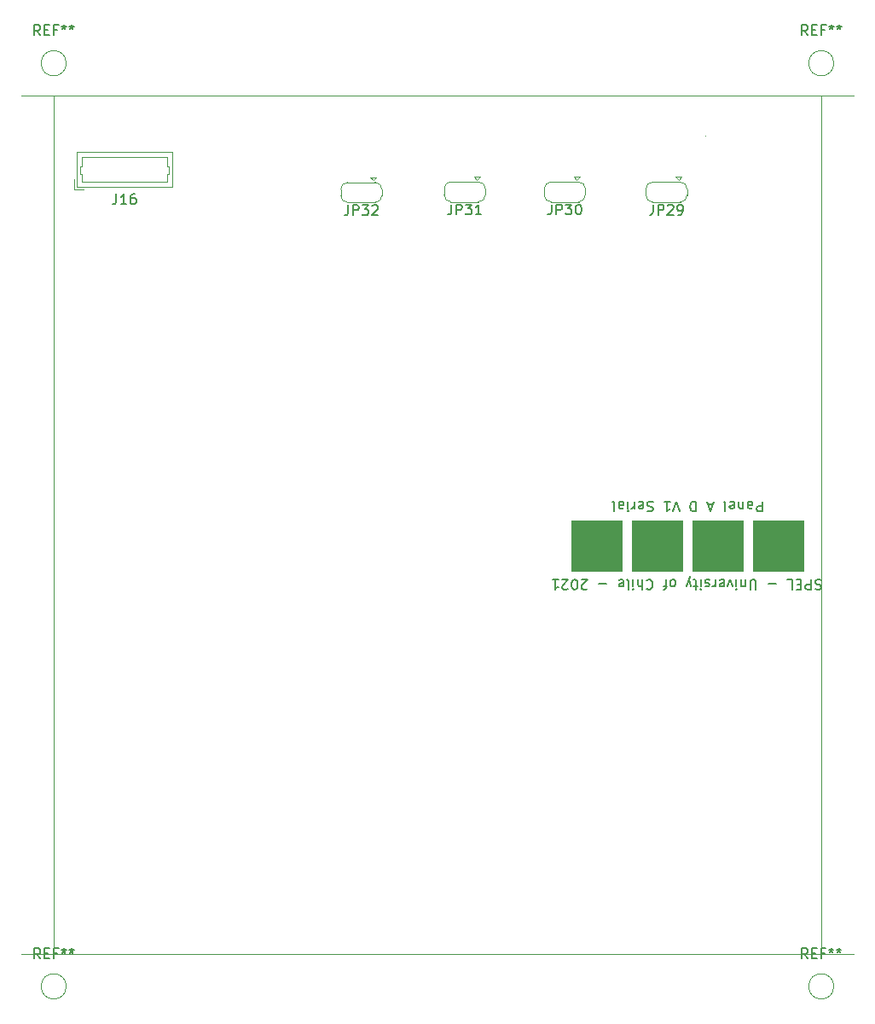
<source format=gbr>
G04 #@! TF.GenerationSoftware,KiCad,Pcbnew,(5.1.2)-2*
G04 #@! TF.CreationDate,2021-09-09T11:32:28-03:00*
G04 #@! TF.ProjectId,MAG_Plus,4d41475f-506c-4757-932e-6b696361645f,rev?*
G04 #@! TF.SameCoordinates,Original*
G04 #@! TF.FileFunction,Legend,Top*
G04 #@! TF.FilePolarity,Positive*
%FSLAX46Y46*%
G04 Gerber Fmt 4.6, Leading zero omitted, Abs format (unit mm)*
G04 Created by KiCad (PCBNEW (5.1.2)-2) date 2021-09-09 11:32:28*
%MOMM*%
%LPD*%
G04 APERTURE LIST*
%ADD10C,0.100000*%
%ADD11C,0.150000*%
%ADD12C,0.120000*%
G04 APERTURE END LIST*
D10*
G36*
X107610000Y-194540000D02*
G01*
X102610000Y-194540000D01*
X102610000Y-189540000D01*
X107610000Y-189540000D01*
X107610000Y-194540000D01*
G37*
X107610000Y-194540000D02*
X102610000Y-194540000D01*
X102610000Y-189540000D01*
X107610000Y-189540000D01*
X107610000Y-194540000D01*
G36*
X101610000Y-194540000D02*
G01*
X96610000Y-194540000D01*
X96610000Y-189540000D01*
X101610000Y-189540000D01*
X101610000Y-194540000D01*
G37*
X101610000Y-194540000D02*
X96610000Y-194540000D01*
X96610000Y-189540000D01*
X101610000Y-189540000D01*
X101610000Y-194540000D01*
G36*
X113610000Y-194540000D02*
G01*
X108610000Y-194540000D01*
X108610000Y-189540000D01*
X113610000Y-189540000D01*
X113610000Y-194540000D01*
G37*
X113610000Y-194540000D02*
X108610000Y-194540000D01*
X108610000Y-189540000D01*
X113610000Y-189540000D01*
X113610000Y-194540000D01*
G36*
X95610000Y-194540000D02*
G01*
X90610000Y-194540000D01*
X90610000Y-189540000D01*
X95610000Y-189540000D01*
X95610000Y-194540000D01*
G37*
X95610000Y-194540000D02*
X90610000Y-194540000D01*
X90610000Y-189540000D01*
X95610000Y-189540000D01*
X95610000Y-194540000D01*
D11*
X115393333Y-195485238D02*
X115250476Y-195437619D01*
X115012380Y-195437619D01*
X114917142Y-195485238D01*
X114869523Y-195532857D01*
X114821904Y-195628095D01*
X114821904Y-195723333D01*
X114869523Y-195818571D01*
X114917142Y-195866190D01*
X115012380Y-195913809D01*
X115202857Y-195961428D01*
X115298095Y-196009047D01*
X115345714Y-196056666D01*
X115393333Y-196151904D01*
X115393333Y-196247142D01*
X115345714Y-196342380D01*
X115298095Y-196390000D01*
X115202857Y-196437619D01*
X114964761Y-196437619D01*
X114821904Y-196390000D01*
X114393333Y-195437619D02*
X114393333Y-196437619D01*
X114012380Y-196437619D01*
X113917142Y-196390000D01*
X113869523Y-196342380D01*
X113821904Y-196247142D01*
X113821904Y-196104285D01*
X113869523Y-196009047D01*
X113917142Y-195961428D01*
X114012380Y-195913809D01*
X114393333Y-195913809D01*
X113393333Y-195961428D02*
X113060000Y-195961428D01*
X112917142Y-195437619D02*
X113393333Y-195437619D01*
X113393333Y-196437619D01*
X112917142Y-196437619D01*
X112012380Y-195437619D02*
X112488571Y-195437619D01*
X112488571Y-196437619D01*
X110917142Y-195818571D02*
X110155238Y-195818571D01*
X108917142Y-196437619D02*
X108917142Y-195628095D01*
X108869523Y-195532857D01*
X108821904Y-195485238D01*
X108726666Y-195437619D01*
X108536190Y-195437619D01*
X108440952Y-195485238D01*
X108393333Y-195532857D01*
X108345714Y-195628095D01*
X108345714Y-196437619D01*
X107869523Y-196104285D02*
X107869523Y-195437619D01*
X107869523Y-196009047D02*
X107821904Y-196056666D01*
X107726666Y-196104285D01*
X107583809Y-196104285D01*
X107488571Y-196056666D01*
X107440952Y-195961428D01*
X107440952Y-195437619D01*
X106964761Y-195437619D02*
X106964761Y-196104285D01*
X106964761Y-196437619D02*
X107012380Y-196390000D01*
X106964761Y-196342380D01*
X106917142Y-196390000D01*
X106964761Y-196437619D01*
X106964761Y-196342380D01*
X106583809Y-196104285D02*
X106345714Y-195437619D01*
X106107619Y-196104285D01*
X105345714Y-195485238D02*
X105440952Y-195437619D01*
X105631428Y-195437619D01*
X105726666Y-195485238D01*
X105774285Y-195580476D01*
X105774285Y-195961428D01*
X105726666Y-196056666D01*
X105631428Y-196104285D01*
X105440952Y-196104285D01*
X105345714Y-196056666D01*
X105298095Y-195961428D01*
X105298095Y-195866190D01*
X105774285Y-195770952D01*
X104869523Y-195437619D02*
X104869523Y-196104285D01*
X104869523Y-195913809D02*
X104821904Y-196009047D01*
X104774285Y-196056666D01*
X104679047Y-196104285D01*
X104583809Y-196104285D01*
X104298095Y-195485238D02*
X104202857Y-195437619D01*
X104012380Y-195437619D01*
X103917142Y-195485238D01*
X103869523Y-195580476D01*
X103869523Y-195628095D01*
X103917142Y-195723333D01*
X104012380Y-195770952D01*
X104155238Y-195770952D01*
X104250476Y-195818571D01*
X104298095Y-195913809D01*
X104298095Y-195961428D01*
X104250476Y-196056666D01*
X104155238Y-196104285D01*
X104012380Y-196104285D01*
X103917142Y-196056666D01*
X103440952Y-195437619D02*
X103440952Y-196104285D01*
X103440952Y-196437619D02*
X103488571Y-196390000D01*
X103440952Y-196342380D01*
X103393333Y-196390000D01*
X103440952Y-196437619D01*
X103440952Y-196342380D01*
X103107619Y-196104285D02*
X102726666Y-196104285D01*
X102964761Y-196437619D02*
X102964761Y-195580476D01*
X102917142Y-195485238D01*
X102821904Y-195437619D01*
X102726666Y-195437619D01*
X102488571Y-196104285D02*
X102250476Y-195437619D01*
X102012380Y-196104285D02*
X102250476Y-195437619D01*
X102345714Y-195199523D01*
X102393333Y-195151904D01*
X102488571Y-195104285D01*
X100726666Y-195437619D02*
X100821904Y-195485238D01*
X100869523Y-195532857D01*
X100917142Y-195628095D01*
X100917142Y-195913809D01*
X100869523Y-196009047D01*
X100821904Y-196056666D01*
X100726666Y-196104285D01*
X100583809Y-196104285D01*
X100488571Y-196056666D01*
X100440952Y-196009047D01*
X100393333Y-195913809D01*
X100393333Y-195628095D01*
X100440952Y-195532857D01*
X100488571Y-195485238D01*
X100583809Y-195437619D01*
X100726666Y-195437619D01*
X100107619Y-196104285D02*
X99726666Y-196104285D01*
X99964761Y-195437619D02*
X99964761Y-196294761D01*
X99917142Y-196390000D01*
X99821904Y-196437619D01*
X99726666Y-196437619D01*
X98060000Y-195532857D02*
X98107619Y-195485238D01*
X98250476Y-195437619D01*
X98345714Y-195437619D01*
X98488571Y-195485238D01*
X98583809Y-195580476D01*
X98631428Y-195675714D01*
X98679047Y-195866190D01*
X98679047Y-196009047D01*
X98631428Y-196199523D01*
X98583809Y-196294761D01*
X98488571Y-196390000D01*
X98345714Y-196437619D01*
X98250476Y-196437619D01*
X98107619Y-196390000D01*
X98060000Y-196342380D01*
X97631428Y-195437619D02*
X97631428Y-196437619D01*
X97202857Y-195437619D02*
X97202857Y-195961428D01*
X97250476Y-196056666D01*
X97345714Y-196104285D01*
X97488571Y-196104285D01*
X97583809Y-196056666D01*
X97631428Y-196009047D01*
X96726666Y-195437619D02*
X96726666Y-196104285D01*
X96726666Y-196437619D02*
X96774285Y-196390000D01*
X96726666Y-196342380D01*
X96679047Y-196390000D01*
X96726666Y-196437619D01*
X96726666Y-196342380D01*
X96107619Y-195437619D02*
X96202857Y-195485238D01*
X96250476Y-195580476D01*
X96250476Y-196437619D01*
X95345714Y-195485238D02*
X95440952Y-195437619D01*
X95631428Y-195437619D01*
X95726666Y-195485238D01*
X95774285Y-195580476D01*
X95774285Y-195961428D01*
X95726666Y-196056666D01*
X95631428Y-196104285D01*
X95440952Y-196104285D01*
X95345714Y-196056666D01*
X95298095Y-195961428D01*
X95298095Y-195866190D01*
X95774285Y-195770952D01*
X94107619Y-195818571D02*
X93345714Y-195818571D01*
X92155238Y-196342380D02*
X92107619Y-196390000D01*
X92012380Y-196437619D01*
X91774285Y-196437619D01*
X91679047Y-196390000D01*
X91631428Y-196342380D01*
X91583809Y-196247142D01*
X91583809Y-196151904D01*
X91631428Y-196009047D01*
X92202857Y-195437619D01*
X91583809Y-195437619D01*
X90964761Y-196437619D02*
X90869523Y-196437619D01*
X90774285Y-196390000D01*
X90726666Y-196342380D01*
X90679047Y-196247142D01*
X90631428Y-196056666D01*
X90631428Y-195818571D01*
X90679047Y-195628095D01*
X90726666Y-195532857D01*
X90774285Y-195485238D01*
X90869523Y-195437619D01*
X90964761Y-195437619D01*
X91060000Y-195485238D01*
X91107619Y-195532857D01*
X91155238Y-195628095D01*
X91202857Y-195818571D01*
X91202857Y-196056666D01*
X91155238Y-196247142D01*
X91107619Y-196342380D01*
X91060000Y-196390000D01*
X90964761Y-196437619D01*
X90250476Y-196342380D02*
X90202857Y-196390000D01*
X90107619Y-196437619D01*
X89869523Y-196437619D01*
X89774285Y-196390000D01*
X89726666Y-196342380D01*
X89679047Y-196247142D01*
X89679047Y-196151904D01*
X89726666Y-196009047D01*
X90298095Y-195437619D01*
X89679047Y-195437619D01*
X88726666Y-195437619D02*
X89298095Y-195437619D01*
X89012380Y-195437619D02*
X89012380Y-196437619D01*
X89107619Y-196294761D01*
X89202857Y-196199523D01*
X89298095Y-196151904D01*
X109540952Y-187687619D02*
X109540952Y-188687619D01*
X109160000Y-188687619D01*
X109064761Y-188640000D01*
X109017142Y-188592380D01*
X108969523Y-188497142D01*
X108969523Y-188354285D01*
X109017142Y-188259047D01*
X109064761Y-188211428D01*
X109160000Y-188163809D01*
X109540952Y-188163809D01*
X108112380Y-187687619D02*
X108112380Y-188211428D01*
X108160000Y-188306666D01*
X108255238Y-188354285D01*
X108445714Y-188354285D01*
X108540952Y-188306666D01*
X108112380Y-187735238D02*
X108207619Y-187687619D01*
X108445714Y-187687619D01*
X108540952Y-187735238D01*
X108588571Y-187830476D01*
X108588571Y-187925714D01*
X108540952Y-188020952D01*
X108445714Y-188068571D01*
X108207619Y-188068571D01*
X108112380Y-188116190D01*
X107636190Y-188354285D02*
X107636190Y-187687619D01*
X107636190Y-188259047D02*
X107588571Y-188306666D01*
X107493333Y-188354285D01*
X107350476Y-188354285D01*
X107255238Y-188306666D01*
X107207619Y-188211428D01*
X107207619Y-187687619D01*
X106350476Y-187735238D02*
X106445714Y-187687619D01*
X106636190Y-187687619D01*
X106731428Y-187735238D01*
X106779047Y-187830476D01*
X106779047Y-188211428D01*
X106731428Y-188306666D01*
X106636190Y-188354285D01*
X106445714Y-188354285D01*
X106350476Y-188306666D01*
X106302857Y-188211428D01*
X106302857Y-188116190D01*
X106779047Y-188020952D01*
X105731428Y-187687619D02*
X105826666Y-187735238D01*
X105874285Y-187830476D01*
X105874285Y-188687619D01*
X104636190Y-187973333D02*
X104160000Y-187973333D01*
X104731428Y-187687619D02*
X104398095Y-188687619D01*
X104064761Y-187687619D01*
X102969523Y-187687619D02*
X102969523Y-188687619D01*
X102731428Y-188687619D01*
X102588571Y-188640000D01*
X102493333Y-188544761D01*
X102445714Y-188449523D01*
X102398095Y-188259047D01*
X102398095Y-188116190D01*
X102445714Y-187925714D01*
X102493333Y-187830476D01*
X102588571Y-187735238D01*
X102731428Y-187687619D01*
X102969523Y-187687619D01*
X101350476Y-188687619D02*
X101017142Y-187687619D01*
X100683809Y-188687619D01*
X99826666Y-187687619D02*
X100398095Y-187687619D01*
X100112380Y-187687619D02*
X100112380Y-188687619D01*
X100207619Y-188544761D01*
X100302857Y-188449523D01*
X100398095Y-188401904D01*
X98683809Y-187735238D02*
X98540952Y-187687619D01*
X98302857Y-187687619D01*
X98207619Y-187735238D01*
X98160000Y-187782857D01*
X98112380Y-187878095D01*
X98112380Y-187973333D01*
X98160000Y-188068571D01*
X98207619Y-188116190D01*
X98302857Y-188163809D01*
X98493333Y-188211428D01*
X98588571Y-188259047D01*
X98636190Y-188306666D01*
X98683809Y-188401904D01*
X98683809Y-188497142D01*
X98636190Y-188592380D01*
X98588571Y-188640000D01*
X98493333Y-188687619D01*
X98255238Y-188687619D01*
X98112380Y-188640000D01*
X97302857Y-187735238D02*
X97398095Y-187687619D01*
X97588571Y-187687619D01*
X97683809Y-187735238D01*
X97731428Y-187830476D01*
X97731428Y-188211428D01*
X97683809Y-188306666D01*
X97588571Y-188354285D01*
X97398095Y-188354285D01*
X97302857Y-188306666D01*
X97255238Y-188211428D01*
X97255238Y-188116190D01*
X97731428Y-188020952D01*
X96826666Y-187687619D02*
X96826666Y-188354285D01*
X96826666Y-188163809D02*
X96779047Y-188259047D01*
X96731428Y-188306666D01*
X96636190Y-188354285D01*
X96540952Y-188354285D01*
X96207619Y-187687619D02*
X96207619Y-188354285D01*
X96207619Y-188687619D02*
X96255238Y-188640000D01*
X96207619Y-188592380D01*
X96160000Y-188640000D01*
X96207619Y-188687619D01*
X96207619Y-188592380D01*
X95302857Y-187687619D02*
X95302857Y-188211428D01*
X95350476Y-188306666D01*
X95445714Y-188354285D01*
X95636190Y-188354285D01*
X95731428Y-188306666D01*
X95302857Y-187735238D02*
X95398095Y-187687619D01*
X95636190Y-187687619D01*
X95731428Y-187735238D01*
X95779047Y-187830476D01*
X95779047Y-187925714D01*
X95731428Y-188020952D01*
X95636190Y-188068571D01*
X95398095Y-188068571D01*
X95302857Y-188116190D01*
X94683809Y-187687619D02*
X94779047Y-187735238D01*
X94826666Y-187830476D01*
X94826666Y-188687619D01*
D12*
X103900000Y-151390000D02*
X103900000Y-151400000D01*
X115400000Y-147400000D02*
X115400000Y-232600000D01*
X39200000Y-232600000D02*
X39200000Y-147400000D01*
X118600000Y-147400000D02*
X36000000Y-147400000D01*
X36000000Y-232600000D02*
X118600000Y-232600000D01*
X116650000Y-235800000D02*
G75*
G03X116650000Y-235800000I-1250000J0D01*
G01*
X40450000Y-235800000D02*
G75*
G03X40450000Y-235800000I-1250000J0D01*
G01*
X116650000Y-144200000D02*
G75*
G03X116650000Y-144200000I-1250000J0D01*
G01*
X40450000Y-144200000D02*
G75*
G03X40450000Y-144200000I-1250000J0D01*
G01*
X41210000Y-156745000D02*
X42210000Y-156745000D01*
X41210000Y-156745000D02*
X41210000Y-155745000D01*
X50460000Y-153545000D02*
X46235000Y-153545000D01*
X50460000Y-154420000D02*
X50460000Y-153545000D01*
X50660000Y-154420000D02*
X50460000Y-154420000D01*
X50660000Y-155220000D02*
X50660000Y-154420000D01*
X50460000Y-155220000D02*
X50660000Y-155220000D01*
X50460000Y-155945000D02*
X50460000Y-155220000D01*
X46235000Y-155945000D02*
X50460000Y-155945000D01*
X42010000Y-153545000D02*
X46235000Y-153545000D01*
X42010000Y-154420000D02*
X42010000Y-153545000D01*
X41810000Y-154420000D02*
X42010000Y-154420000D01*
X41810000Y-155220000D02*
X41810000Y-154420000D01*
X42010000Y-155220000D02*
X41810000Y-155220000D01*
X42010000Y-155945000D02*
X42010000Y-155220000D01*
X46235000Y-155945000D02*
X42010000Y-155945000D01*
X51010000Y-152995000D02*
X41460000Y-152995000D01*
X51010000Y-156495000D02*
X51010000Y-152995000D01*
X41460000Y-156495000D02*
X51010000Y-156495000D01*
X41460000Y-152995000D02*
X41460000Y-156495000D01*
X102090000Y-157290000D02*
G75*
G02X101390000Y-157990000I-700000J0D01*
G01*
X101390000Y-155990000D02*
G75*
G02X102090000Y-156690000I0J-700000D01*
G01*
X97990000Y-156690000D02*
G75*
G02X98690000Y-155990000I700000J0D01*
G01*
X98690000Y-157990000D02*
G75*
G02X97990000Y-157290000I0J700000D01*
G01*
X101440000Y-157990000D02*
X98640000Y-157990000D01*
X97990000Y-157290000D02*
X97990000Y-156690000D01*
X98640000Y-155990000D02*
X101440000Y-155990000D01*
X102090000Y-156690000D02*
X102090000Y-157290000D01*
X101240000Y-155790000D02*
X101540000Y-155490000D01*
X101540000Y-155490000D02*
X100940000Y-155490000D01*
X101240000Y-155790000D02*
X100940000Y-155490000D01*
X91140000Y-155770000D02*
X90840000Y-155470000D01*
X91440000Y-155470000D02*
X90840000Y-155470000D01*
X91140000Y-155770000D02*
X91440000Y-155470000D01*
X91990000Y-156670000D02*
X91990000Y-157270000D01*
X88540000Y-155970000D02*
X91340000Y-155970000D01*
X87890000Y-157270000D02*
X87890000Y-156670000D01*
X91340000Y-157970000D02*
X88540000Y-157970000D01*
X88590000Y-157970000D02*
G75*
G02X87890000Y-157270000I0J700000D01*
G01*
X87890000Y-156670000D02*
G75*
G02X88590000Y-155970000I700000J0D01*
G01*
X91290000Y-155970000D02*
G75*
G02X91990000Y-156670000I0J-700000D01*
G01*
X91990000Y-157270000D02*
G75*
G02X91290000Y-157970000I-700000J0D01*
G01*
X82060000Y-157260000D02*
G75*
G02X81360000Y-157960000I-700000J0D01*
G01*
X81360000Y-155960000D02*
G75*
G02X82060000Y-156660000I0J-700000D01*
G01*
X77960000Y-156660000D02*
G75*
G02X78660000Y-155960000I700000J0D01*
G01*
X78660000Y-157960000D02*
G75*
G02X77960000Y-157260000I0J700000D01*
G01*
X81410000Y-157960000D02*
X78610000Y-157960000D01*
X77960000Y-157260000D02*
X77960000Y-156660000D01*
X78610000Y-155960000D02*
X81410000Y-155960000D01*
X82060000Y-156660000D02*
X82060000Y-157260000D01*
X81210000Y-155760000D02*
X81510000Y-155460000D01*
X81510000Y-155460000D02*
X80910000Y-155460000D01*
X81210000Y-155760000D02*
X80910000Y-155460000D01*
X70950000Y-155820000D02*
X70650000Y-155520000D01*
X71250000Y-155520000D02*
X70650000Y-155520000D01*
X70950000Y-155820000D02*
X71250000Y-155520000D01*
X71800000Y-156720000D02*
X71800000Y-157320000D01*
X68350000Y-156020000D02*
X71150000Y-156020000D01*
X67700000Y-157320000D02*
X67700000Y-156720000D01*
X71150000Y-158020000D02*
X68350000Y-158020000D01*
X68400000Y-158020000D02*
G75*
G02X67700000Y-157320000I0J700000D01*
G01*
X67700000Y-156720000D02*
G75*
G02X68400000Y-156020000I700000J0D01*
G01*
X71100000Y-156020000D02*
G75*
G02X71800000Y-156720000I0J-700000D01*
G01*
X71800000Y-157320000D02*
G75*
G02X71100000Y-158020000I-700000J0D01*
G01*
D11*
X114066666Y-141422380D02*
X113733333Y-140946190D01*
X113495238Y-141422380D02*
X113495238Y-140422380D01*
X113876190Y-140422380D01*
X113971428Y-140470000D01*
X114019047Y-140517619D01*
X114066666Y-140612857D01*
X114066666Y-140755714D01*
X114019047Y-140850952D01*
X113971428Y-140898571D01*
X113876190Y-140946190D01*
X113495238Y-140946190D01*
X114495238Y-140898571D02*
X114828571Y-140898571D01*
X114971428Y-141422380D02*
X114495238Y-141422380D01*
X114495238Y-140422380D01*
X114971428Y-140422380D01*
X115733333Y-140898571D02*
X115400000Y-140898571D01*
X115400000Y-141422380D02*
X115400000Y-140422380D01*
X115876190Y-140422380D01*
X116400000Y-140422380D02*
X116400000Y-140660476D01*
X116161904Y-140565238D02*
X116400000Y-140660476D01*
X116638095Y-140565238D01*
X116257142Y-140850952D02*
X116400000Y-140660476D01*
X116542857Y-140850952D01*
X117161904Y-140422380D02*
X117161904Y-140660476D01*
X116923809Y-140565238D02*
X117161904Y-140660476D01*
X117400000Y-140565238D01*
X117019047Y-140850952D02*
X117161904Y-140660476D01*
X117304761Y-140850952D01*
X114056666Y-233022380D02*
X113723333Y-232546190D01*
X113485238Y-233022380D02*
X113485238Y-232022380D01*
X113866190Y-232022380D01*
X113961428Y-232070000D01*
X114009047Y-232117619D01*
X114056666Y-232212857D01*
X114056666Y-232355714D01*
X114009047Y-232450952D01*
X113961428Y-232498571D01*
X113866190Y-232546190D01*
X113485238Y-232546190D01*
X114485238Y-232498571D02*
X114818571Y-232498571D01*
X114961428Y-233022380D02*
X114485238Y-233022380D01*
X114485238Y-232022380D01*
X114961428Y-232022380D01*
X115723333Y-232498571D02*
X115390000Y-232498571D01*
X115390000Y-233022380D02*
X115390000Y-232022380D01*
X115866190Y-232022380D01*
X116390000Y-232022380D02*
X116390000Y-232260476D01*
X116151904Y-232165238D02*
X116390000Y-232260476D01*
X116628095Y-232165238D01*
X116247142Y-232450952D02*
X116390000Y-232260476D01*
X116532857Y-232450952D01*
X117151904Y-232022380D02*
X117151904Y-232260476D01*
X116913809Y-232165238D02*
X117151904Y-232260476D01*
X117390000Y-232165238D01*
X117009047Y-232450952D02*
X117151904Y-232260476D01*
X117294761Y-232450952D01*
X37866666Y-141412380D02*
X37533333Y-140936190D01*
X37295238Y-141412380D02*
X37295238Y-140412380D01*
X37676190Y-140412380D01*
X37771428Y-140460000D01*
X37819047Y-140507619D01*
X37866666Y-140602857D01*
X37866666Y-140745714D01*
X37819047Y-140840952D01*
X37771428Y-140888571D01*
X37676190Y-140936190D01*
X37295238Y-140936190D01*
X38295238Y-140888571D02*
X38628571Y-140888571D01*
X38771428Y-141412380D02*
X38295238Y-141412380D01*
X38295238Y-140412380D01*
X38771428Y-140412380D01*
X39533333Y-140888571D02*
X39200000Y-140888571D01*
X39200000Y-141412380D02*
X39200000Y-140412380D01*
X39676190Y-140412380D01*
X40200000Y-140412380D02*
X40200000Y-140650476D01*
X39961904Y-140555238D02*
X40200000Y-140650476D01*
X40438095Y-140555238D01*
X40057142Y-140840952D02*
X40200000Y-140650476D01*
X40342857Y-140840952D01*
X40961904Y-140412380D02*
X40961904Y-140650476D01*
X40723809Y-140555238D02*
X40961904Y-140650476D01*
X41200000Y-140555238D01*
X40819047Y-140840952D02*
X40961904Y-140650476D01*
X41104761Y-140840952D01*
X37866666Y-233032380D02*
X37533333Y-232556190D01*
X37295238Y-233032380D02*
X37295238Y-232032380D01*
X37676190Y-232032380D01*
X37771428Y-232080000D01*
X37819047Y-232127619D01*
X37866666Y-232222857D01*
X37866666Y-232365714D01*
X37819047Y-232460952D01*
X37771428Y-232508571D01*
X37676190Y-232556190D01*
X37295238Y-232556190D01*
X38295238Y-232508571D02*
X38628571Y-232508571D01*
X38771428Y-233032380D02*
X38295238Y-233032380D01*
X38295238Y-232032380D01*
X38771428Y-232032380D01*
X39533333Y-232508571D02*
X39200000Y-232508571D01*
X39200000Y-233032380D02*
X39200000Y-232032380D01*
X39676190Y-232032380D01*
X40200000Y-232032380D02*
X40200000Y-232270476D01*
X39961904Y-232175238D02*
X40200000Y-232270476D01*
X40438095Y-232175238D01*
X40057142Y-232460952D02*
X40200000Y-232270476D01*
X40342857Y-232460952D01*
X40961904Y-232032380D02*
X40961904Y-232270476D01*
X40723809Y-232175238D02*
X40961904Y-232270476D01*
X41200000Y-232175238D01*
X40819047Y-232460952D02*
X40961904Y-232270476D01*
X41104761Y-232460952D01*
X45425476Y-157172380D02*
X45425476Y-157886666D01*
X45377857Y-158029523D01*
X45282619Y-158124761D01*
X45139761Y-158172380D01*
X45044523Y-158172380D01*
X46425476Y-158172380D02*
X45854047Y-158172380D01*
X46139761Y-158172380D02*
X46139761Y-157172380D01*
X46044523Y-157315238D01*
X45949285Y-157410476D01*
X45854047Y-157458095D01*
X47282619Y-157172380D02*
X47092142Y-157172380D01*
X46996904Y-157220000D01*
X46949285Y-157267619D01*
X46854047Y-157410476D01*
X46806428Y-157600952D01*
X46806428Y-157981904D01*
X46854047Y-158077142D01*
X46901666Y-158124761D01*
X46996904Y-158172380D01*
X47187380Y-158172380D01*
X47282619Y-158124761D01*
X47330238Y-158077142D01*
X47377857Y-157981904D01*
X47377857Y-157743809D01*
X47330238Y-157648571D01*
X47282619Y-157600952D01*
X47187380Y-157553333D01*
X46996904Y-157553333D01*
X46901666Y-157600952D01*
X46854047Y-157648571D01*
X46806428Y-157743809D01*
X98730476Y-158242380D02*
X98730476Y-158956666D01*
X98682857Y-159099523D01*
X98587619Y-159194761D01*
X98444761Y-159242380D01*
X98349523Y-159242380D01*
X99206666Y-159242380D02*
X99206666Y-158242380D01*
X99587619Y-158242380D01*
X99682857Y-158290000D01*
X99730476Y-158337619D01*
X99778095Y-158432857D01*
X99778095Y-158575714D01*
X99730476Y-158670952D01*
X99682857Y-158718571D01*
X99587619Y-158766190D01*
X99206666Y-158766190D01*
X100159047Y-158337619D02*
X100206666Y-158290000D01*
X100301904Y-158242380D01*
X100540000Y-158242380D01*
X100635238Y-158290000D01*
X100682857Y-158337619D01*
X100730476Y-158432857D01*
X100730476Y-158528095D01*
X100682857Y-158670952D01*
X100111428Y-159242380D01*
X100730476Y-159242380D01*
X101206666Y-159242380D02*
X101397142Y-159242380D01*
X101492380Y-159194761D01*
X101540000Y-159147142D01*
X101635238Y-159004285D01*
X101682857Y-158813809D01*
X101682857Y-158432857D01*
X101635238Y-158337619D01*
X101587619Y-158290000D01*
X101492380Y-158242380D01*
X101301904Y-158242380D01*
X101206666Y-158290000D01*
X101159047Y-158337619D01*
X101111428Y-158432857D01*
X101111428Y-158670952D01*
X101159047Y-158766190D01*
X101206666Y-158813809D01*
X101301904Y-158861428D01*
X101492380Y-158861428D01*
X101587619Y-158813809D01*
X101635238Y-158766190D01*
X101682857Y-158670952D01*
X88630476Y-158222380D02*
X88630476Y-158936666D01*
X88582857Y-159079523D01*
X88487619Y-159174761D01*
X88344761Y-159222380D01*
X88249523Y-159222380D01*
X89106666Y-159222380D02*
X89106666Y-158222380D01*
X89487619Y-158222380D01*
X89582857Y-158270000D01*
X89630476Y-158317619D01*
X89678095Y-158412857D01*
X89678095Y-158555714D01*
X89630476Y-158650952D01*
X89582857Y-158698571D01*
X89487619Y-158746190D01*
X89106666Y-158746190D01*
X90011428Y-158222380D02*
X90630476Y-158222380D01*
X90297142Y-158603333D01*
X90440000Y-158603333D01*
X90535238Y-158650952D01*
X90582857Y-158698571D01*
X90630476Y-158793809D01*
X90630476Y-159031904D01*
X90582857Y-159127142D01*
X90535238Y-159174761D01*
X90440000Y-159222380D01*
X90154285Y-159222380D01*
X90059047Y-159174761D01*
X90011428Y-159127142D01*
X91249523Y-158222380D02*
X91344761Y-158222380D01*
X91440000Y-158270000D01*
X91487619Y-158317619D01*
X91535238Y-158412857D01*
X91582857Y-158603333D01*
X91582857Y-158841428D01*
X91535238Y-159031904D01*
X91487619Y-159127142D01*
X91440000Y-159174761D01*
X91344761Y-159222380D01*
X91249523Y-159222380D01*
X91154285Y-159174761D01*
X91106666Y-159127142D01*
X91059047Y-159031904D01*
X91011428Y-158841428D01*
X91011428Y-158603333D01*
X91059047Y-158412857D01*
X91106666Y-158317619D01*
X91154285Y-158270000D01*
X91249523Y-158222380D01*
X78700476Y-158212380D02*
X78700476Y-158926666D01*
X78652857Y-159069523D01*
X78557619Y-159164761D01*
X78414761Y-159212380D01*
X78319523Y-159212380D01*
X79176666Y-159212380D02*
X79176666Y-158212380D01*
X79557619Y-158212380D01*
X79652857Y-158260000D01*
X79700476Y-158307619D01*
X79748095Y-158402857D01*
X79748095Y-158545714D01*
X79700476Y-158640952D01*
X79652857Y-158688571D01*
X79557619Y-158736190D01*
X79176666Y-158736190D01*
X80081428Y-158212380D02*
X80700476Y-158212380D01*
X80367142Y-158593333D01*
X80510000Y-158593333D01*
X80605238Y-158640952D01*
X80652857Y-158688571D01*
X80700476Y-158783809D01*
X80700476Y-159021904D01*
X80652857Y-159117142D01*
X80605238Y-159164761D01*
X80510000Y-159212380D01*
X80224285Y-159212380D01*
X80129047Y-159164761D01*
X80081428Y-159117142D01*
X81652857Y-159212380D02*
X81081428Y-159212380D01*
X81367142Y-159212380D02*
X81367142Y-158212380D01*
X81271904Y-158355238D01*
X81176666Y-158450476D01*
X81081428Y-158498095D01*
X68440476Y-158272380D02*
X68440476Y-158986666D01*
X68392857Y-159129523D01*
X68297619Y-159224761D01*
X68154761Y-159272380D01*
X68059523Y-159272380D01*
X68916666Y-159272380D02*
X68916666Y-158272380D01*
X69297619Y-158272380D01*
X69392857Y-158320000D01*
X69440476Y-158367619D01*
X69488095Y-158462857D01*
X69488095Y-158605714D01*
X69440476Y-158700952D01*
X69392857Y-158748571D01*
X69297619Y-158796190D01*
X68916666Y-158796190D01*
X69821428Y-158272380D02*
X70440476Y-158272380D01*
X70107142Y-158653333D01*
X70250000Y-158653333D01*
X70345238Y-158700952D01*
X70392857Y-158748571D01*
X70440476Y-158843809D01*
X70440476Y-159081904D01*
X70392857Y-159177142D01*
X70345238Y-159224761D01*
X70250000Y-159272380D01*
X69964285Y-159272380D01*
X69869047Y-159224761D01*
X69821428Y-159177142D01*
X70821428Y-158367619D02*
X70869047Y-158320000D01*
X70964285Y-158272380D01*
X71202380Y-158272380D01*
X71297619Y-158320000D01*
X71345238Y-158367619D01*
X71392857Y-158462857D01*
X71392857Y-158558095D01*
X71345238Y-158700952D01*
X70773809Y-159272380D01*
X71392857Y-159272380D01*
M02*

</source>
